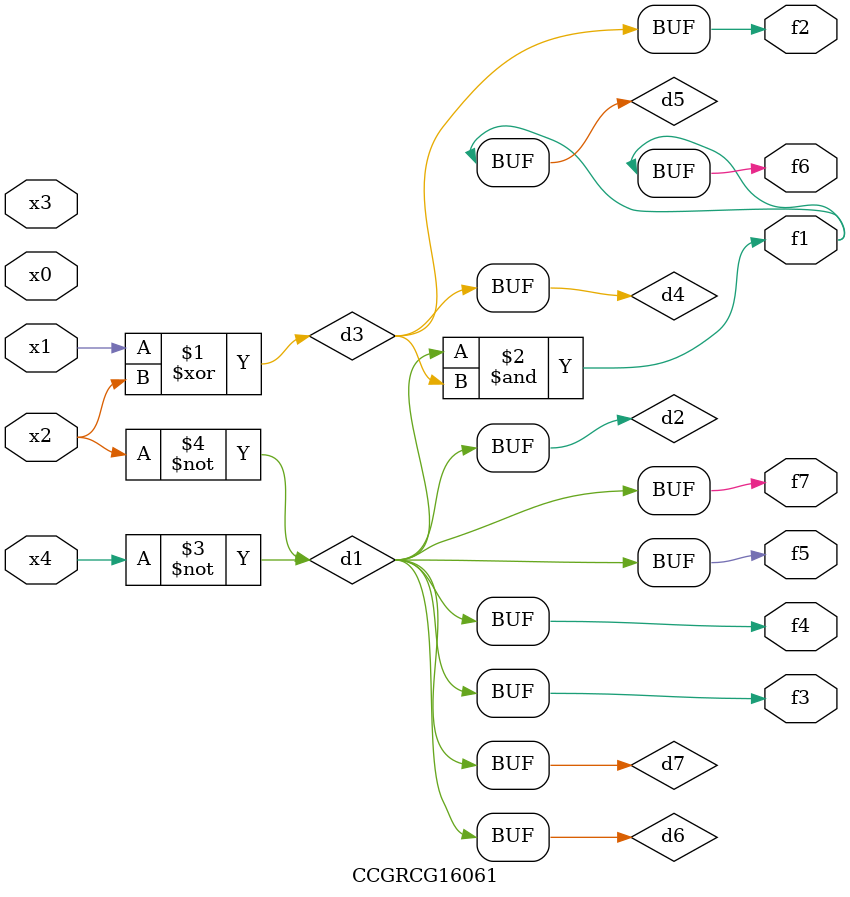
<source format=v>
module CCGRCG16061(
	input x0, x1, x2, x3, x4,
	output f1, f2, f3, f4, f5, f6, f7
);

	wire d1, d2, d3, d4, d5, d6, d7;

	not (d1, x4);
	not (d2, x2);
	xor (d3, x1, x2);
	buf (d4, d3);
	and (d5, d1, d3);
	buf (d6, d1, d2);
	buf (d7, d2);
	assign f1 = d5;
	assign f2 = d4;
	assign f3 = d7;
	assign f4 = d7;
	assign f5 = d7;
	assign f6 = d5;
	assign f7 = d7;
endmodule

</source>
